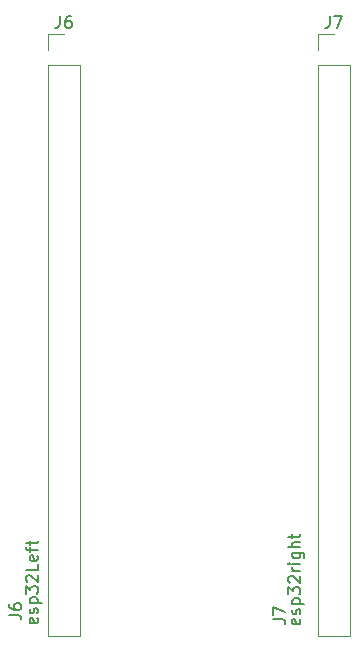
<source format=gbr>
G04 #@! TF.FileFunction,Legend,Top*
%FSLAX46Y46*%
G04 Gerber Fmt 4.6, Leading zero omitted, Abs format (unit mm)*
G04 Created by KiCad (PCBNEW 4.0.7) date Tuesday, April 30, 2019 'PMt' 01:18:36 PM*
%MOMM*%
%LPD*%
G01*
G04 APERTURE LIST*
%ADD10C,0.100000*%
%ADD11C,0.120000*%
%ADD12C,0.150000*%
G04 APERTURE END LIST*
D10*
D11*
X128210000Y-113090000D02*
X130870000Y-113090000D01*
X128210000Y-64770000D02*
X128210000Y-113090000D01*
X130870000Y-64770000D02*
X130870000Y-113090000D01*
X128210000Y-64770000D02*
X130870000Y-64770000D01*
X128210000Y-63500000D02*
X128210000Y-62170000D01*
X128210000Y-62170000D02*
X129540000Y-62170000D01*
X151070000Y-113090000D02*
X153730000Y-113090000D01*
X151070000Y-64770000D02*
X151070000Y-113090000D01*
X153730000Y-64770000D02*
X153730000Y-113090000D01*
X151070000Y-64770000D02*
X153730000Y-64770000D01*
X151070000Y-63500000D02*
X151070000Y-62170000D01*
X151070000Y-62170000D02*
X152400000Y-62170000D01*
D12*
X129206667Y-60622381D02*
X129206667Y-61336667D01*
X129159047Y-61479524D01*
X129063809Y-61574762D01*
X128920952Y-61622381D01*
X128825714Y-61622381D01*
X130111429Y-60622381D02*
X129920952Y-60622381D01*
X129825714Y-60670000D01*
X129778095Y-60717619D01*
X129682857Y-60860476D01*
X129635238Y-61050952D01*
X129635238Y-61431905D01*
X129682857Y-61527143D01*
X129730476Y-61574762D01*
X129825714Y-61622381D01*
X130016191Y-61622381D01*
X130111429Y-61574762D01*
X130159048Y-61527143D01*
X130206667Y-61431905D01*
X130206667Y-61193810D01*
X130159048Y-61098571D01*
X130111429Y-61050952D01*
X130016191Y-61003333D01*
X129825714Y-61003333D01*
X129730476Y-61050952D01*
X129682857Y-61098571D01*
X129635238Y-61193810D01*
X127277762Y-111608810D02*
X127325381Y-111704048D01*
X127325381Y-111894525D01*
X127277762Y-111989763D01*
X127182524Y-112037382D01*
X126801571Y-112037382D01*
X126706333Y-111989763D01*
X126658714Y-111894525D01*
X126658714Y-111704048D01*
X126706333Y-111608810D01*
X126801571Y-111561191D01*
X126896810Y-111561191D01*
X126992048Y-112037382D01*
X127277762Y-111180239D02*
X127325381Y-111085001D01*
X127325381Y-110894525D01*
X127277762Y-110799286D01*
X127182524Y-110751667D01*
X127134905Y-110751667D01*
X127039667Y-110799286D01*
X126992048Y-110894525D01*
X126992048Y-111037382D01*
X126944429Y-111132620D01*
X126849190Y-111180239D01*
X126801571Y-111180239D01*
X126706333Y-111132620D01*
X126658714Y-111037382D01*
X126658714Y-110894525D01*
X126706333Y-110799286D01*
X126658714Y-110323096D02*
X127658714Y-110323096D01*
X126706333Y-110323096D02*
X126658714Y-110227858D01*
X126658714Y-110037381D01*
X126706333Y-109942143D01*
X126753952Y-109894524D01*
X126849190Y-109846905D01*
X127134905Y-109846905D01*
X127230143Y-109894524D01*
X127277762Y-109942143D01*
X127325381Y-110037381D01*
X127325381Y-110227858D01*
X127277762Y-110323096D01*
X126325381Y-109513572D02*
X126325381Y-108894524D01*
X126706333Y-109227858D01*
X126706333Y-109085000D01*
X126753952Y-108989762D01*
X126801571Y-108942143D01*
X126896810Y-108894524D01*
X127134905Y-108894524D01*
X127230143Y-108942143D01*
X127277762Y-108989762D01*
X127325381Y-109085000D01*
X127325381Y-109370715D01*
X127277762Y-109465953D01*
X127230143Y-109513572D01*
X126420619Y-108513572D02*
X126373000Y-108465953D01*
X126325381Y-108370715D01*
X126325381Y-108132619D01*
X126373000Y-108037381D01*
X126420619Y-107989762D01*
X126515857Y-107942143D01*
X126611095Y-107942143D01*
X126753952Y-107989762D01*
X127325381Y-108561191D01*
X127325381Y-107942143D01*
X127325381Y-107037381D02*
X127325381Y-107513572D01*
X126325381Y-107513572D01*
X127277762Y-106323095D02*
X127325381Y-106418333D01*
X127325381Y-106608810D01*
X127277762Y-106704048D01*
X127182524Y-106751667D01*
X126801571Y-106751667D01*
X126706333Y-106704048D01*
X126658714Y-106608810D01*
X126658714Y-106418333D01*
X126706333Y-106323095D01*
X126801571Y-106275476D01*
X126896810Y-106275476D01*
X126992048Y-106751667D01*
X126658714Y-105989762D02*
X126658714Y-105608810D01*
X127325381Y-105846905D02*
X126468238Y-105846905D01*
X126373000Y-105799286D01*
X126325381Y-105704048D01*
X126325381Y-105608810D01*
X126658714Y-105418333D02*
X126658714Y-105037381D01*
X126325381Y-105275476D02*
X127182524Y-105275476D01*
X127277762Y-105227857D01*
X127325381Y-105132619D01*
X127325381Y-105037381D01*
X124928381Y-111331333D02*
X125642667Y-111331333D01*
X125785524Y-111378953D01*
X125880762Y-111474191D01*
X125928381Y-111617048D01*
X125928381Y-111712286D01*
X124928381Y-110426571D02*
X124928381Y-110617048D01*
X124976000Y-110712286D01*
X125023619Y-110759905D01*
X125166476Y-110855143D01*
X125356952Y-110902762D01*
X125737905Y-110902762D01*
X125833143Y-110855143D01*
X125880762Y-110807524D01*
X125928381Y-110712286D01*
X125928381Y-110521809D01*
X125880762Y-110426571D01*
X125833143Y-110378952D01*
X125737905Y-110331333D01*
X125499810Y-110331333D01*
X125404571Y-110378952D01*
X125356952Y-110426571D01*
X125309333Y-110521809D01*
X125309333Y-110712286D01*
X125356952Y-110807524D01*
X125404571Y-110855143D01*
X125499810Y-110902762D01*
X152066667Y-60622381D02*
X152066667Y-61336667D01*
X152019047Y-61479524D01*
X151923809Y-61574762D01*
X151780952Y-61622381D01*
X151685714Y-61622381D01*
X152447619Y-60622381D02*
X153114286Y-60622381D01*
X152685714Y-61622381D01*
X149502762Y-111688143D02*
X149550381Y-111783381D01*
X149550381Y-111973858D01*
X149502762Y-112069096D01*
X149407524Y-112116715D01*
X149026571Y-112116715D01*
X148931333Y-112069096D01*
X148883714Y-111973858D01*
X148883714Y-111783381D01*
X148931333Y-111688143D01*
X149026571Y-111640524D01*
X149121810Y-111640524D01*
X149217048Y-112116715D01*
X149502762Y-111259572D02*
X149550381Y-111164334D01*
X149550381Y-110973858D01*
X149502762Y-110878619D01*
X149407524Y-110831000D01*
X149359905Y-110831000D01*
X149264667Y-110878619D01*
X149217048Y-110973858D01*
X149217048Y-111116715D01*
X149169429Y-111211953D01*
X149074190Y-111259572D01*
X149026571Y-111259572D01*
X148931333Y-111211953D01*
X148883714Y-111116715D01*
X148883714Y-110973858D01*
X148931333Y-110878619D01*
X148883714Y-110402429D02*
X149883714Y-110402429D01*
X148931333Y-110402429D02*
X148883714Y-110307191D01*
X148883714Y-110116714D01*
X148931333Y-110021476D01*
X148978952Y-109973857D01*
X149074190Y-109926238D01*
X149359905Y-109926238D01*
X149455143Y-109973857D01*
X149502762Y-110021476D01*
X149550381Y-110116714D01*
X149550381Y-110307191D01*
X149502762Y-110402429D01*
X148550381Y-109592905D02*
X148550381Y-108973857D01*
X148931333Y-109307191D01*
X148931333Y-109164333D01*
X148978952Y-109069095D01*
X149026571Y-109021476D01*
X149121810Y-108973857D01*
X149359905Y-108973857D01*
X149455143Y-109021476D01*
X149502762Y-109069095D01*
X149550381Y-109164333D01*
X149550381Y-109450048D01*
X149502762Y-109545286D01*
X149455143Y-109592905D01*
X148645619Y-108592905D02*
X148598000Y-108545286D01*
X148550381Y-108450048D01*
X148550381Y-108211952D01*
X148598000Y-108116714D01*
X148645619Y-108069095D01*
X148740857Y-108021476D01*
X148836095Y-108021476D01*
X148978952Y-108069095D01*
X149550381Y-108640524D01*
X149550381Y-108021476D01*
X149550381Y-107592905D02*
X148883714Y-107592905D01*
X149074190Y-107592905D02*
X148978952Y-107545286D01*
X148931333Y-107497667D01*
X148883714Y-107402429D01*
X148883714Y-107307190D01*
X149550381Y-106973857D02*
X148883714Y-106973857D01*
X148550381Y-106973857D02*
X148598000Y-107021476D01*
X148645619Y-106973857D01*
X148598000Y-106926238D01*
X148550381Y-106973857D01*
X148645619Y-106973857D01*
X148883714Y-106069095D02*
X149693238Y-106069095D01*
X149788476Y-106116714D01*
X149836095Y-106164333D01*
X149883714Y-106259572D01*
X149883714Y-106402429D01*
X149836095Y-106497667D01*
X149502762Y-106069095D02*
X149550381Y-106164333D01*
X149550381Y-106354810D01*
X149502762Y-106450048D01*
X149455143Y-106497667D01*
X149359905Y-106545286D01*
X149074190Y-106545286D01*
X148978952Y-106497667D01*
X148931333Y-106450048D01*
X148883714Y-106354810D01*
X148883714Y-106164333D01*
X148931333Y-106069095D01*
X149550381Y-105592905D02*
X148550381Y-105592905D01*
X149550381Y-105164333D02*
X149026571Y-105164333D01*
X148931333Y-105211952D01*
X148883714Y-105307190D01*
X148883714Y-105450048D01*
X148931333Y-105545286D01*
X148978952Y-105592905D01*
X148883714Y-104831000D02*
X148883714Y-104450048D01*
X148550381Y-104688143D02*
X149407524Y-104688143D01*
X149502762Y-104640524D01*
X149550381Y-104545286D01*
X149550381Y-104450048D01*
X147280381Y-111712333D02*
X147994667Y-111712333D01*
X148137524Y-111759953D01*
X148232762Y-111855191D01*
X148280381Y-111998048D01*
X148280381Y-112093286D01*
X147280381Y-111331381D02*
X147280381Y-110664714D01*
X148280381Y-111093286D01*
M02*

</source>
